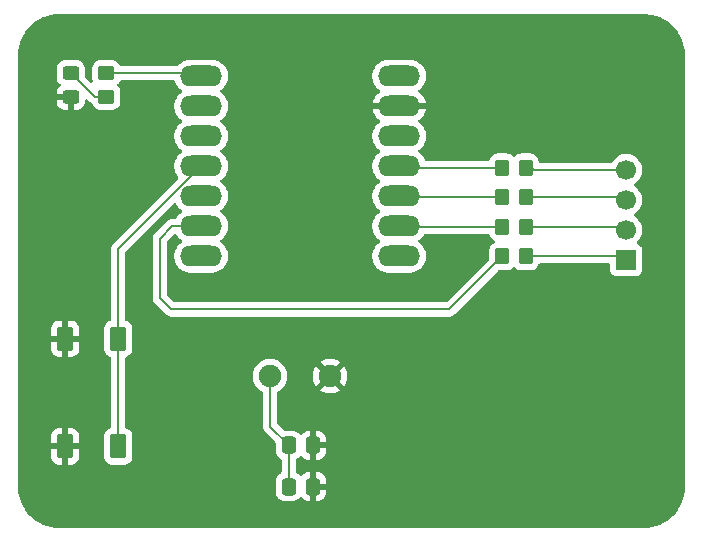
<source format=gbr>
%TF.GenerationSoftware,KiCad,Pcbnew,9.0.5*%
%TF.CreationDate,2026-02-02T17:22:04-08:00*%
%TF.ProjectId,Display device,44697370-6c61-4792-9064-65766963652e,rev?*%
%TF.SameCoordinates,Original*%
%TF.FileFunction,Copper,L1,Top*%
%TF.FilePolarity,Positive*%
%FSLAX46Y46*%
G04 Gerber Fmt 4.6, Leading zero omitted, Abs format (unit mm)*
G04 Created by KiCad (PCBNEW 9.0.5) date 2026-02-02 17:22:04*
%MOMM*%
%LPD*%
G01*
G04 APERTURE LIST*
G04 Aperture macros list*
%AMRoundRect*
0 Rectangle with rounded corners*
0 $1 Rounding radius*
0 $2 $3 $4 $5 $6 $7 $8 $9 X,Y pos of 4 corners*
0 Add a 4 corners polygon primitive as box body*
4,1,4,$2,$3,$4,$5,$6,$7,$8,$9,$2,$3,0*
0 Add four circle primitives for the rounded corners*
1,1,$1+$1,$2,$3*
1,1,$1+$1,$4,$5*
1,1,$1+$1,$6,$7*
1,1,$1+$1,$8,$9*
0 Add four rect primitives between the rounded corners*
20,1,$1+$1,$2,$3,$4,$5,0*
20,1,$1+$1,$4,$5,$6,$7,0*
20,1,$1+$1,$6,$7,$8,$9,0*
20,1,$1+$1,$8,$9,$2,$3,0*%
G04 Aperture macros list end*
%TA.AperFunction,ComponentPad*%
%ADD10R,1.700000X1.700000*%
%TD*%
%TA.AperFunction,ComponentPad*%
%ADD11C,1.700000*%
%TD*%
%TA.AperFunction,ComponentPad*%
%ADD12O,3.556000X1.778000*%
%TD*%
%TA.AperFunction,ComponentPad*%
%ADD13C,1.905000*%
%TD*%
%TA.AperFunction,SMDPad,CuDef*%
%ADD14RoundRect,0.250000X-0.450000X0.800000X-0.450000X-0.800000X0.450000X-0.800000X0.450000X0.800000X0*%
%TD*%
%TA.AperFunction,SMDPad,CuDef*%
%ADD15RoundRect,0.250000X-0.350000X-0.450000X0.350000X-0.450000X0.350000X0.450000X-0.350000X0.450000X0*%
%TD*%
%TA.AperFunction,SMDPad,CuDef*%
%ADD16RoundRect,0.250000X0.450000X-0.350000X0.450000X0.350000X-0.450000X0.350000X-0.450000X-0.350000X0*%
%TD*%
%TA.AperFunction,SMDPad,CuDef*%
%ADD17RoundRect,0.250000X0.450000X-0.325000X0.450000X0.325000X-0.450000X0.325000X-0.450000X-0.325000X0*%
%TD*%
%TA.AperFunction,SMDPad,CuDef*%
%ADD18RoundRect,0.250000X-0.337500X-0.475000X0.337500X-0.475000X0.337500X0.475000X-0.337500X0.475000X0*%
%TD*%
%TA.AperFunction,Conductor*%
%ADD19C,0.200000*%
%TD*%
G04 APERTURE END LIST*
D10*
%TO.P,J1,1,Pin_1*%
%TO.N,Net-(J1-Pin_1)*%
X161000000Y-96810000D03*
D11*
%TO.P,J1,2,Pin_2*%
%TO.N,Net-(J1-Pin_2)*%
X161000000Y-94270000D03*
%TO.P,J1,3,Pin_3*%
%TO.N,Net-(J1-Pin_3)*%
X161000000Y-91730000D03*
%TO.P,J1,4,Pin_4*%
%TO.N,Net-(J1-Pin_4)*%
X161000000Y-89190000D03*
%TD*%
D12*
%TO.P,U1,1,GPIO1_A0_D0*%
%TO.N,/LED*%
X125013000Y-81250000D03*
%TO.P,U1,2,GPIO2_A1_D1*%
%TO.N,unconnected-(U1-GPIO2_A1_D1-Pad2)*%
X125013000Y-83790000D03*
%TO.P,U1,3,GPIO3_A2_D2*%
%TO.N,unconnected-(U1-GPIO3_A2_D2-Pad3)*%
X125013000Y-86330000D03*
%TO.P,U1,4,GPIO4_A3_D3*%
%TO.N,/DISP_BTN*%
X125013000Y-88870000D03*
%TO.P,U1,5,GPIO4_A3_D3_SDA*%
%TO.N,unconnected-(U1-GPIO4_A3_D3_SDA-Pad5)*%
X125013000Y-91410000D03*
%TO.P,U1,6,GPIO6_A5_D5_SCL*%
%TO.N,/M_A1*%
X125013000Y-93950000D03*
%TO.P,U1,7,GPIO43_TX_D6*%
%TO.N,unconnected-(U1-GPIO43_TX_D6-Pad7)*%
X125013000Y-96490000D03*
%TO.P,U1,8,GPIO44_D7_RX*%
%TO.N,unconnected-(U1-GPIO44_D7_RX-Pad8)*%
X141777000Y-96490000D03*
%TO.P,U1,9,GPIO7_A8_D8_SCK*%
%TO.N,/M_A2*%
X141777000Y-93950000D03*
%TO.P,U1,10,GPIO8_A9_D9_CIPO*%
%TO.N,/M_B1*%
X141777000Y-91410000D03*
%TO.P,U1,11,GPIO9_A10_D10_COPI*%
%TO.N,/M_B2*%
X141777000Y-88870000D03*
%TO.P,U1,12,3V3*%
%TO.N,unconnected-(U1-3V3-Pad12)*%
X141777000Y-86330000D03*
%TO.P,U1,13,GND*%
%TO.N,GND*%
X141777000Y-83790000D03*
%TO.P,U1,14,5V*%
%TO.N,unconnected-(U1-5V-Pad14)*%
X141777000Y-81250000D03*
D13*
%TO.P,U1,15,+BATT*%
%TO.N,/BAT*%
X130855000Y-106650000D03*
%TO.P,U1,16,-BATT*%
%TO.N,GND*%
X135935000Y-106650000D03*
%TD*%
D14*
%TO.P,SW1,1,1*%
%TO.N,/DISP_BTN*%
X118000000Y-103500000D03*
X118000000Y-112600000D03*
%TO.P,SW1,2,2*%
%TO.N,GND*%
X113500000Y-103500000D03*
X113500000Y-112600000D03*
%TD*%
D15*
%TO.P,R5,1*%
%TO.N,/M_B2*%
X150500000Y-89000000D03*
%TO.P,R5,2*%
%TO.N,Net-(J1-Pin_4)*%
X152500000Y-89000000D03*
%TD*%
%TO.P,R4,1*%
%TO.N,/M_B1*%
X150500000Y-91500000D03*
%TO.P,R4,2*%
%TO.N,Net-(J1-Pin_3)*%
X152500000Y-91500000D03*
%TD*%
%TO.P,R3,1*%
%TO.N,/M_A2*%
X150500000Y-94000000D03*
%TO.P,R3,2*%
%TO.N,Net-(J1-Pin_2)*%
X152500000Y-94000000D03*
%TD*%
%TO.P,R2,1*%
%TO.N,/M_A1*%
X150500000Y-96500000D03*
%TO.P,R2,2*%
%TO.N,Net-(J1-Pin_1)*%
X152500000Y-96500000D03*
%TD*%
D16*
%TO.P,R1,1*%
%TO.N,Net-(D1-A)*%
X116975000Y-83000000D03*
%TO.P,R1,2*%
%TO.N,/LED*%
X116975000Y-81000000D03*
%TD*%
D17*
%TO.P,D1,1,K*%
%TO.N,GND*%
X113975000Y-83025000D03*
%TO.P,D1,2,A*%
%TO.N,Net-(D1-A)*%
X113975000Y-80975000D03*
%TD*%
D18*
%TO.P,C2,1*%
%TO.N,/BAT*%
X132425000Y-116000000D03*
%TO.P,C2,2*%
%TO.N,GND*%
X134500000Y-116000000D03*
%TD*%
%TO.P,C1,1*%
%TO.N,/BAT*%
X132425000Y-112500000D03*
%TO.P,C1,2*%
%TO.N,GND*%
X134500000Y-112500000D03*
%TD*%
D19*
%TO.N,/DISP_BTN*%
X125775000Y-88870000D02*
X124981086Y-88870000D01*
X124981086Y-88870000D02*
X118000000Y-95851086D01*
X118000000Y-95851086D02*
X118000000Y-103500000D01*
%TO.N,/M_A1*%
X125775000Y-93950000D02*
X122550000Y-93950000D01*
X121500000Y-95000000D02*
X121500000Y-100000000D01*
X122550000Y-93950000D02*
X121500000Y-95000000D01*
X121500000Y-100000000D02*
X122500000Y-101000000D01*
X122500000Y-101000000D02*
X146000000Y-101000000D01*
X146000000Y-101000000D02*
X150500000Y-96500000D01*
%TO.N,Net-(J1-Pin_1)*%
X152500000Y-96500000D02*
X160690000Y-96500000D01*
X160690000Y-96500000D02*
X161000000Y-96810000D01*
%TO.N,Net-(J1-Pin_2)*%
X152500000Y-94000000D02*
X160730000Y-94000000D01*
X160730000Y-94000000D02*
X161000000Y-94270000D01*
%TO.N,/M_A2*%
X141015000Y-93950000D02*
X141065000Y-94000000D01*
X141065000Y-94000000D02*
X150500000Y-94000000D01*
%TO.N,/M_B1*%
X150500000Y-91500000D02*
X141105000Y-91500000D01*
X141105000Y-91500000D02*
X141015000Y-91410000D01*
%TO.N,Net-(J1-Pin_3)*%
X152500000Y-91500000D02*
X160770000Y-91500000D01*
X160770000Y-91500000D02*
X161000000Y-91730000D01*
%TO.N,Net-(J1-Pin_4)*%
X152500000Y-89000000D02*
X153000000Y-89000000D01*
X153000000Y-89000000D02*
X153190000Y-89190000D01*
X153190000Y-89190000D02*
X161000000Y-89190000D01*
%TO.N,/M_B2*%
X141015000Y-88870000D02*
X141145000Y-89000000D01*
X141145000Y-89000000D02*
X150500000Y-89000000D01*
%TO.N,/BAT*%
X132425000Y-112500000D02*
X132425000Y-116000000D01*
X130855000Y-106650000D02*
X130855000Y-110930000D01*
X130855000Y-110930000D02*
X132425000Y-112500000D01*
%TO.N,/DISP_BTN*%
X118000000Y-103500000D02*
X118000000Y-112600000D01*
%TO.N,/LED*%
X116975000Y-81000000D02*
X125525000Y-81000000D01*
X125525000Y-81000000D02*
X125775000Y-81250000D01*
%TO.N,Net-(D1-A)*%
X116975000Y-83000000D02*
X116000000Y-83000000D01*
X116000000Y-83000000D02*
X113975000Y-80975000D01*
%TD*%
%TA.AperFunction,Conductor*%
%TO.N,GND*%
G36*
X162503032Y-76000648D02*
G01*
X162836929Y-76017052D01*
X162849037Y-76018245D01*
X162952146Y-76033539D01*
X163176699Y-76066849D01*
X163188617Y-76069219D01*
X163509951Y-76149709D01*
X163521588Y-76153240D01*
X163592806Y-76178722D01*
X163833467Y-76264832D01*
X163844688Y-76269479D01*
X164144163Y-76411120D01*
X164154871Y-76416844D01*
X164438988Y-76587137D01*
X164449106Y-76593897D01*
X164715170Y-76791224D01*
X164724576Y-76798944D01*
X164970013Y-77021395D01*
X164978604Y-77029986D01*
X165165755Y-77236475D01*
X165201055Y-77275423D01*
X165208775Y-77284829D01*
X165406102Y-77550893D01*
X165412862Y-77561011D01*
X165541776Y-77776092D01*
X165583148Y-77845116D01*
X165588885Y-77855848D01*
X165730514Y-78155297D01*
X165735170Y-78166540D01*
X165846759Y-78478411D01*
X165850292Y-78490055D01*
X165930777Y-78811369D01*
X165933151Y-78823305D01*
X165981754Y-79150962D01*
X165982947Y-79163071D01*
X165999351Y-79496966D01*
X165999500Y-79503051D01*
X165999500Y-115996948D01*
X165999351Y-116003033D01*
X165982947Y-116336928D01*
X165981754Y-116349037D01*
X165933151Y-116676694D01*
X165930777Y-116688630D01*
X165850292Y-117009944D01*
X165846759Y-117021588D01*
X165735170Y-117333459D01*
X165730514Y-117344702D01*
X165588885Y-117644151D01*
X165583148Y-117654883D01*
X165412862Y-117938988D01*
X165406102Y-117949106D01*
X165208775Y-118215170D01*
X165201055Y-118224576D01*
X164978611Y-118470006D01*
X164970006Y-118478611D01*
X164724576Y-118701055D01*
X164715170Y-118708775D01*
X164449106Y-118906102D01*
X164438988Y-118912862D01*
X164154883Y-119083148D01*
X164144151Y-119088885D01*
X163844702Y-119230514D01*
X163833459Y-119235170D01*
X163521588Y-119346759D01*
X163509944Y-119350292D01*
X163188630Y-119430777D01*
X163176694Y-119433151D01*
X162849037Y-119481754D01*
X162836928Y-119482947D01*
X162521989Y-119498419D01*
X162503031Y-119499351D01*
X162496949Y-119499500D01*
X113003051Y-119499500D01*
X112996968Y-119499351D01*
X112976900Y-119498365D01*
X112663071Y-119482947D01*
X112650962Y-119481754D01*
X112323305Y-119433151D01*
X112311369Y-119430777D01*
X111990055Y-119350292D01*
X111978411Y-119346759D01*
X111666540Y-119235170D01*
X111655301Y-119230515D01*
X111355844Y-119088883D01*
X111345121Y-119083150D01*
X111061011Y-118912862D01*
X111050893Y-118906102D01*
X110784829Y-118708775D01*
X110775423Y-118701055D01*
X110736475Y-118665755D01*
X110529986Y-118478604D01*
X110521395Y-118470013D01*
X110298944Y-118224576D01*
X110291224Y-118215170D01*
X110093897Y-117949106D01*
X110087137Y-117938988D01*
X109916844Y-117654871D01*
X109911120Y-117644163D01*
X109769479Y-117344688D01*
X109764829Y-117333459D01*
X109726200Y-117225499D01*
X109653240Y-117021588D01*
X109649707Y-117009944D01*
X109640958Y-116975015D01*
X109569219Y-116688617D01*
X109566848Y-116676694D01*
X109544342Y-116524973D01*
X109518245Y-116349037D01*
X109517052Y-116336927D01*
X109500649Y-116003032D01*
X109500500Y-115996948D01*
X109500500Y-113449986D01*
X112300001Y-113449986D01*
X112310494Y-113552697D01*
X112365641Y-113719119D01*
X112365643Y-113719124D01*
X112457684Y-113868345D01*
X112581654Y-113992315D01*
X112730875Y-114084356D01*
X112730880Y-114084358D01*
X112897302Y-114139505D01*
X112897309Y-114139506D01*
X113000019Y-114149999D01*
X113249999Y-114149999D01*
X113750000Y-114149999D01*
X113999972Y-114149999D01*
X113999986Y-114149998D01*
X114102697Y-114139505D01*
X114269119Y-114084358D01*
X114269124Y-114084356D01*
X114418345Y-113992315D01*
X114542315Y-113868345D01*
X114634356Y-113719124D01*
X114634358Y-113719119D01*
X114689505Y-113552697D01*
X114689506Y-113552690D01*
X114699999Y-113449986D01*
X114700000Y-113449973D01*
X114700000Y-112850000D01*
X113750000Y-112850000D01*
X113750000Y-114149999D01*
X113249999Y-114149999D01*
X113250000Y-114149998D01*
X113250000Y-112850000D01*
X112300001Y-112850000D01*
X112300001Y-113449986D01*
X109500500Y-113449986D01*
X109500500Y-111750013D01*
X112300000Y-111750013D01*
X112300000Y-112350000D01*
X113250000Y-112350000D01*
X113750000Y-112350000D01*
X114699999Y-112350000D01*
X114699999Y-111750028D01*
X114699998Y-111750013D01*
X114689505Y-111647302D01*
X114634358Y-111480880D01*
X114634356Y-111480875D01*
X114542315Y-111331654D01*
X114418345Y-111207684D01*
X114269124Y-111115643D01*
X114269119Y-111115641D01*
X114102697Y-111060494D01*
X114102690Y-111060493D01*
X113999986Y-111050000D01*
X113750000Y-111050000D01*
X113750000Y-112350000D01*
X113250000Y-112350000D01*
X113250000Y-111050000D01*
X113000029Y-111050000D01*
X113000012Y-111050001D01*
X112897302Y-111060494D01*
X112730880Y-111115641D01*
X112730875Y-111115643D01*
X112581654Y-111207684D01*
X112457684Y-111331654D01*
X112365643Y-111480875D01*
X112365641Y-111480880D01*
X112310494Y-111647302D01*
X112310493Y-111647309D01*
X112300000Y-111750013D01*
X109500500Y-111750013D01*
X109500500Y-104349986D01*
X112300001Y-104349986D01*
X112310494Y-104452697D01*
X112365641Y-104619119D01*
X112365643Y-104619124D01*
X112457684Y-104768345D01*
X112581654Y-104892315D01*
X112730875Y-104984356D01*
X112730880Y-104984358D01*
X112897302Y-105039505D01*
X112897309Y-105039506D01*
X113000019Y-105049999D01*
X113249999Y-105049999D01*
X113750000Y-105049999D01*
X113999972Y-105049999D01*
X113999986Y-105049998D01*
X114102697Y-105039505D01*
X114269119Y-104984358D01*
X114269124Y-104984356D01*
X114418345Y-104892315D01*
X114542315Y-104768345D01*
X114634356Y-104619124D01*
X114634358Y-104619119D01*
X114689505Y-104452697D01*
X114689506Y-104452690D01*
X114699999Y-104349986D01*
X114700000Y-104349973D01*
X114700000Y-103750000D01*
X113750000Y-103750000D01*
X113750000Y-105049999D01*
X113249999Y-105049999D01*
X113250000Y-105049998D01*
X113250000Y-103750000D01*
X112300001Y-103750000D01*
X112300001Y-104349986D01*
X109500500Y-104349986D01*
X109500500Y-102650013D01*
X112300000Y-102650013D01*
X112300000Y-103250000D01*
X113250000Y-103250000D01*
X113750000Y-103250000D01*
X114699999Y-103250000D01*
X114699999Y-102650028D01*
X114699998Y-102650013D01*
X114689505Y-102547302D01*
X114634358Y-102380880D01*
X114634356Y-102380875D01*
X114542315Y-102231654D01*
X114418345Y-102107684D01*
X114269124Y-102015643D01*
X114269119Y-102015641D01*
X114102697Y-101960494D01*
X114102690Y-101960493D01*
X113999986Y-101950000D01*
X113750000Y-101950000D01*
X113750000Y-103250000D01*
X113250000Y-103250000D01*
X113250000Y-101950000D01*
X113000029Y-101950000D01*
X113000012Y-101950001D01*
X112897302Y-101960494D01*
X112730880Y-102015641D01*
X112730875Y-102015643D01*
X112581654Y-102107684D01*
X112457684Y-102231654D01*
X112365643Y-102380875D01*
X112365641Y-102380880D01*
X112310494Y-102547302D01*
X112310493Y-102547309D01*
X112300000Y-102650013D01*
X109500500Y-102650013D01*
X109500500Y-83399986D01*
X112775001Y-83399986D01*
X112785494Y-83502697D01*
X112840641Y-83669119D01*
X112840643Y-83669124D01*
X112932684Y-83818345D01*
X113056654Y-83942315D01*
X113205875Y-84034356D01*
X113205880Y-84034358D01*
X113372302Y-84089505D01*
X113372309Y-84089506D01*
X113475019Y-84099999D01*
X113724999Y-84099999D01*
X113725000Y-84099998D01*
X113725000Y-83275000D01*
X112775001Y-83275000D01*
X112775001Y-83399986D01*
X109500500Y-83399986D01*
X109500500Y-80599983D01*
X112774500Y-80599983D01*
X112774500Y-81350001D01*
X112774501Y-81350019D01*
X112785000Y-81452796D01*
X112785001Y-81452799D01*
X112801569Y-81502796D01*
X112840186Y-81619334D01*
X112932288Y-81768656D01*
X113056344Y-81892712D01*
X113059628Y-81894737D01*
X113059653Y-81894753D01*
X113061445Y-81896746D01*
X113062011Y-81897193D01*
X113061934Y-81897289D01*
X113106379Y-81946699D01*
X113117603Y-82015661D01*
X113089761Y-82079744D01*
X113059665Y-82105826D01*
X113056660Y-82107679D01*
X113056655Y-82107683D01*
X112932684Y-82231654D01*
X112840643Y-82380875D01*
X112840641Y-82380880D01*
X112785494Y-82547302D01*
X112785493Y-82547309D01*
X112775000Y-82650013D01*
X112775000Y-82775000D01*
X113851000Y-82775000D01*
X113918039Y-82794685D01*
X113963794Y-82847489D01*
X113975000Y-82899000D01*
X113975000Y-83025000D01*
X114101000Y-83025000D01*
X114168039Y-83044685D01*
X114213794Y-83097489D01*
X114225000Y-83149000D01*
X114225000Y-84099999D01*
X114474972Y-84099999D01*
X114474986Y-84099998D01*
X114577697Y-84089505D01*
X114744119Y-84034358D01*
X114744124Y-84034356D01*
X114893345Y-83942315D01*
X115017315Y-83818345D01*
X115109356Y-83669124D01*
X115109358Y-83669119D01*
X115164505Y-83502697D01*
X115164506Y-83502690D01*
X115174999Y-83399986D01*
X115174999Y-83323598D01*
X115181237Y-83302351D01*
X115182817Y-83280262D01*
X115190889Y-83269479D01*
X115194683Y-83256558D01*
X115211418Y-83242056D01*
X115224689Y-83224329D01*
X115237306Y-83219622D01*
X115247486Y-83210802D01*
X115269406Y-83207650D01*
X115290153Y-83199912D01*
X115303313Y-83202774D01*
X115316644Y-83200858D01*
X115336787Y-83210056D01*
X115358426Y-83214764D01*
X115376149Y-83228031D01*
X115380201Y-83229882D01*
X115386680Y-83235915D01*
X115515139Y-83364374D01*
X115515149Y-83364385D01*
X115519479Y-83368715D01*
X115519480Y-83368716D01*
X115631284Y-83480520D01*
X115631286Y-83480521D01*
X115631287Y-83480522D01*
X115771373Y-83561400D01*
X115819588Y-83611966D01*
X115827078Y-83629780D01*
X115840116Y-83669124D01*
X115840186Y-83669334D01*
X115932288Y-83818656D01*
X116056344Y-83942712D01*
X116205666Y-84034814D01*
X116372203Y-84089999D01*
X116474991Y-84100500D01*
X117475008Y-84100499D01*
X117475016Y-84100498D01*
X117475019Y-84100498D01*
X117531302Y-84094748D01*
X117577797Y-84089999D01*
X117744334Y-84034814D01*
X117893656Y-83942712D01*
X118017712Y-83818656D01*
X118109814Y-83669334D01*
X118164999Y-83502797D01*
X118175500Y-83400009D01*
X118175499Y-82599992D01*
X118171923Y-82564989D01*
X118164999Y-82497203D01*
X118164998Y-82497200D01*
X118139311Y-82419682D01*
X118109814Y-82330666D01*
X118017712Y-82181344D01*
X117924049Y-82087681D01*
X117890564Y-82026358D01*
X117895548Y-81956666D01*
X117924049Y-81912319D01*
X117943657Y-81892711D01*
X118017712Y-81818656D01*
X118109814Y-81669334D01*
X118109814Y-81669332D01*
X118113605Y-81663187D01*
X118115399Y-81664293D01*
X118154687Y-81619663D01*
X118220908Y-81600500D01*
X122686785Y-81600500D01*
X122753824Y-81620185D01*
X122799579Y-81672989D01*
X122804716Y-81686182D01*
X122836297Y-81783380D01*
X122854272Y-81818657D01*
X122919513Y-81946699D01*
X122935595Y-81978260D01*
X123064142Y-82155193D01*
X123218806Y-82309857D01*
X123369969Y-82419682D01*
X123412635Y-82475011D01*
X123418614Y-82544625D01*
X123386009Y-82606420D01*
X123369969Y-82620318D01*
X123218806Y-82730142D01*
X123064142Y-82884806D01*
X122935595Y-83061739D01*
X122836298Y-83256616D01*
X122836297Y-83256619D01*
X122768714Y-83464623D01*
X122734500Y-83680638D01*
X122734500Y-83899361D01*
X122768714Y-84115376D01*
X122836297Y-84323380D01*
X122836298Y-84323383D01*
X122903782Y-84455825D01*
X122935461Y-84517998D01*
X122935595Y-84518260D01*
X123064142Y-84695193D01*
X123218806Y-84849857D01*
X123369969Y-84959682D01*
X123412635Y-85015011D01*
X123418614Y-85084625D01*
X123386009Y-85146420D01*
X123369969Y-85160318D01*
X123218806Y-85270142D01*
X123064142Y-85424806D01*
X122935595Y-85601739D01*
X122836298Y-85796616D01*
X122836297Y-85796619D01*
X122768714Y-86004623D01*
X122734500Y-86220638D01*
X122734500Y-86439361D01*
X122768714Y-86655376D01*
X122836297Y-86863380D01*
X122836298Y-86863383D01*
X122935595Y-87058260D01*
X123064142Y-87235193D01*
X123218806Y-87389857D01*
X123369969Y-87499682D01*
X123412635Y-87555011D01*
X123418614Y-87624625D01*
X123386009Y-87686420D01*
X123369969Y-87700318D01*
X123218806Y-87810142D01*
X123064142Y-87964806D01*
X122935595Y-88141739D01*
X122836298Y-88336616D01*
X122836297Y-88336619D01*
X122768714Y-88544623D01*
X122734500Y-88760638D01*
X122734500Y-88979361D01*
X122768714Y-89195376D01*
X122836297Y-89403380D01*
X122836298Y-89403383D01*
X122935595Y-89598260D01*
X123064146Y-89775197D01*
X123064558Y-89775680D01*
X123064657Y-89775901D01*
X123067011Y-89779141D01*
X123066330Y-89779635D01*
X123093131Y-89839440D01*
X123082697Y-89908527D01*
X123057952Y-89943896D01*
X117634221Y-95367628D01*
X117634214Y-95367635D01*
X117631286Y-95370564D01*
X117631284Y-95370566D01*
X117519480Y-95482370D01*
X117497607Y-95520256D01*
X117491543Y-95530758D01*
X117491542Y-95530760D01*
X117450149Y-95602455D01*
X117440423Y-95619301D01*
X117399499Y-95772029D01*
X117399499Y-95772031D01*
X117399499Y-95940132D01*
X117399500Y-95940145D01*
X117399500Y-101869699D01*
X117379815Y-101936738D01*
X117327011Y-101982493D01*
X117314507Y-101987403D01*
X117281962Y-101998188D01*
X117230668Y-102015185D01*
X117230663Y-102015187D01*
X117081342Y-102107289D01*
X116957289Y-102231342D01*
X116865187Y-102380663D01*
X116865185Y-102380668D01*
X116865115Y-102380880D01*
X116810001Y-102547203D01*
X116810001Y-102547204D01*
X116810000Y-102547204D01*
X116799500Y-102649983D01*
X116799500Y-104350001D01*
X116799501Y-104350018D01*
X116810000Y-104452796D01*
X116810001Y-104452799D01*
X116865115Y-104619119D01*
X116865186Y-104619334D01*
X116957288Y-104768656D01*
X117081344Y-104892712D01*
X117230666Y-104984814D01*
X117314505Y-105012595D01*
X117371948Y-105052366D01*
X117398772Y-105116882D01*
X117399500Y-105130300D01*
X117399500Y-110969699D01*
X117379815Y-111036738D01*
X117327011Y-111082493D01*
X117314507Y-111087403D01*
X117281962Y-111098188D01*
X117230668Y-111115185D01*
X117230663Y-111115187D01*
X117081342Y-111207289D01*
X116957289Y-111331342D01*
X116865187Y-111480663D01*
X116865185Y-111480668D01*
X116865115Y-111480880D01*
X116810001Y-111647203D01*
X116810001Y-111647204D01*
X116810000Y-111647204D01*
X116799500Y-111749983D01*
X116799500Y-113450001D01*
X116799501Y-113450018D01*
X116810000Y-113552796D01*
X116810001Y-113552799D01*
X116865185Y-113719331D01*
X116865187Y-113719336D01*
X116868680Y-113724999D01*
X116957288Y-113868656D01*
X117081344Y-113992712D01*
X117230666Y-114084814D01*
X117397203Y-114139999D01*
X117499991Y-114150500D01*
X118500008Y-114150499D01*
X118500016Y-114150498D01*
X118500019Y-114150498D01*
X118556302Y-114144748D01*
X118602797Y-114139999D01*
X118769334Y-114084814D01*
X118918656Y-113992712D01*
X119042712Y-113868656D01*
X119134814Y-113719334D01*
X119189999Y-113552797D01*
X119200500Y-113450009D01*
X119200499Y-111749992D01*
X119189999Y-111647203D01*
X119134814Y-111480666D01*
X119042712Y-111331344D01*
X118918656Y-111207288D01*
X118769334Y-111115186D01*
X118685495Y-111087404D01*
X118628051Y-111047632D01*
X118601228Y-110983116D01*
X118600500Y-110969699D01*
X118600500Y-106535646D01*
X129402000Y-106535646D01*
X129402000Y-106764353D01*
X129437778Y-106990246D01*
X129437778Y-106990249D01*
X129508450Y-107207755D01*
X129508452Y-107207758D01*
X129612283Y-107411538D01*
X129746714Y-107596566D01*
X129908434Y-107758286D01*
X130093462Y-107892717D01*
X130186795Y-107940272D01*
X130237590Y-107988245D01*
X130254500Y-108050756D01*
X130254500Y-110843330D01*
X130254499Y-110843348D01*
X130254499Y-111009054D01*
X130254498Y-111009054D01*
X130283059Y-111115643D01*
X130295423Y-111161785D01*
X130321695Y-111207289D01*
X130324358Y-111211900D01*
X130324359Y-111211904D01*
X130324360Y-111211904D01*
X130366846Y-111285494D01*
X130374479Y-111298714D01*
X130374481Y-111298717D01*
X130493349Y-111417585D01*
X130493355Y-111417590D01*
X131300681Y-112224916D01*
X131334166Y-112286239D01*
X131337000Y-112312597D01*
X131337000Y-113025001D01*
X131337001Y-113025019D01*
X131347500Y-113127796D01*
X131347501Y-113127799D01*
X131402615Y-113294119D01*
X131402686Y-113294334D01*
X131494788Y-113443656D01*
X131618844Y-113567712D01*
X131765597Y-113658229D01*
X131812321Y-113710175D01*
X131824500Y-113763767D01*
X131824500Y-114736232D01*
X131804815Y-114803271D01*
X131765598Y-114841769D01*
X131669923Y-114900781D01*
X131618842Y-114932289D01*
X131494789Y-115056342D01*
X131402687Y-115205663D01*
X131402685Y-115205668D01*
X131402615Y-115205880D01*
X131347501Y-115372203D01*
X131347501Y-115372204D01*
X131347500Y-115372204D01*
X131337000Y-115474983D01*
X131337000Y-116525001D01*
X131337001Y-116525019D01*
X131347500Y-116627796D01*
X131347501Y-116627799D01*
X131365700Y-116682719D01*
X131402686Y-116794334D01*
X131494788Y-116943656D01*
X131618844Y-117067712D01*
X131768166Y-117159814D01*
X131934703Y-117214999D01*
X132037491Y-117225500D01*
X132812508Y-117225499D01*
X132812516Y-117225498D01*
X132812519Y-117225498D01*
X132868802Y-117219748D01*
X132915297Y-117214999D01*
X133081834Y-117159814D01*
X133231156Y-117067712D01*
X133355212Y-116943656D01*
X133357252Y-116940347D01*
X133359245Y-116938555D01*
X133359693Y-116937989D01*
X133359789Y-116938065D01*
X133409194Y-116893623D01*
X133478156Y-116882395D01*
X133542240Y-116910234D01*
X133568329Y-116940339D01*
X133570181Y-116943341D01*
X133570183Y-116943344D01*
X133694154Y-117067315D01*
X133843375Y-117159356D01*
X133843380Y-117159358D01*
X134009802Y-117214505D01*
X134009809Y-117214506D01*
X134112519Y-117224999D01*
X134249999Y-117224999D01*
X134750000Y-117224999D01*
X134887472Y-117224999D01*
X134887486Y-117224998D01*
X134990197Y-117214505D01*
X135156619Y-117159358D01*
X135156624Y-117159356D01*
X135305845Y-117067315D01*
X135429815Y-116943345D01*
X135521856Y-116794124D01*
X135521858Y-116794119D01*
X135577005Y-116627697D01*
X135577006Y-116627690D01*
X135587499Y-116524986D01*
X135587500Y-116524973D01*
X135587500Y-116250000D01*
X134750000Y-116250000D01*
X134750000Y-117224999D01*
X134249999Y-117224999D01*
X134250000Y-117224998D01*
X134250000Y-115750000D01*
X134750000Y-115750000D01*
X135587499Y-115750000D01*
X135587499Y-115475028D01*
X135587498Y-115475013D01*
X135577005Y-115372302D01*
X135521858Y-115205880D01*
X135521856Y-115205875D01*
X135429815Y-115056654D01*
X135305845Y-114932684D01*
X135156624Y-114840643D01*
X135156619Y-114840641D01*
X134990197Y-114785494D01*
X134990190Y-114785493D01*
X134887486Y-114775000D01*
X134750000Y-114775000D01*
X134750000Y-115750000D01*
X134250000Y-115750000D01*
X134250000Y-114775000D01*
X134112527Y-114775000D01*
X134112512Y-114775001D01*
X134009802Y-114785494D01*
X133843380Y-114840641D01*
X133843375Y-114840643D01*
X133694154Y-114932684D01*
X133570183Y-115056655D01*
X133570179Y-115056660D01*
X133568326Y-115059665D01*
X133566518Y-115061290D01*
X133565702Y-115062323D01*
X133565525Y-115062183D01*
X133516374Y-115106385D01*
X133447411Y-115117601D01*
X133383331Y-115089752D01*
X133357253Y-115059653D01*
X133357237Y-115059628D01*
X133355212Y-115056344D01*
X133231156Y-114932288D01*
X133084402Y-114841770D01*
X133037679Y-114789823D01*
X133025500Y-114736232D01*
X133025500Y-113763767D01*
X133045185Y-113696728D01*
X133084401Y-113658230D01*
X133231156Y-113567712D01*
X133355212Y-113443656D01*
X133357252Y-113440347D01*
X133359245Y-113438555D01*
X133359693Y-113437989D01*
X133359789Y-113438065D01*
X133409194Y-113393623D01*
X133478156Y-113382395D01*
X133542240Y-113410234D01*
X133568329Y-113440339D01*
X133570181Y-113443341D01*
X133570183Y-113443344D01*
X133694154Y-113567315D01*
X133843375Y-113659356D01*
X133843380Y-113659358D01*
X134009802Y-113714505D01*
X134009809Y-113714506D01*
X134112519Y-113724999D01*
X134249999Y-113724999D01*
X134750000Y-113724999D01*
X134887472Y-113724999D01*
X134887486Y-113724998D01*
X134990197Y-113714505D01*
X135156619Y-113659358D01*
X135156624Y-113659356D01*
X135305845Y-113567315D01*
X135429815Y-113443345D01*
X135521856Y-113294124D01*
X135521858Y-113294119D01*
X135577005Y-113127697D01*
X135577006Y-113127690D01*
X135587499Y-113024986D01*
X135587500Y-113024973D01*
X135587500Y-112750000D01*
X134750000Y-112750000D01*
X134750000Y-113724999D01*
X134249999Y-113724999D01*
X134250000Y-113724998D01*
X134250000Y-112250000D01*
X134750000Y-112250000D01*
X135587499Y-112250000D01*
X135587499Y-111975028D01*
X135587498Y-111975013D01*
X135577005Y-111872302D01*
X135521858Y-111705880D01*
X135521856Y-111705875D01*
X135429815Y-111556654D01*
X135305845Y-111432684D01*
X135156624Y-111340643D01*
X135156619Y-111340641D01*
X134990197Y-111285494D01*
X134990190Y-111285493D01*
X134887486Y-111275000D01*
X134750000Y-111275000D01*
X134750000Y-112250000D01*
X134250000Y-112250000D01*
X134250000Y-111275000D01*
X134112527Y-111275000D01*
X134112512Y-111275001D01*
X134009802Y-111285494D01*
X133843380Y-111340641D01*
X133843375Y-111340643D01*
X133694154Y-111432684D01*
X133570183Y-111556655D01*
X133570179Y-111556660D01*
X133568326Y-111559665D01*
X133566518Y-111561290D01*
X133565702Y-111562323D01*
X133565525Y-111562183D01*
X133516374Y-111606385D01*
X133447411Y-111617601D01*
X133383331Y-111589752D01*
X133357253Y-111559653D01*
X133357237Y-111559628D01*
X133355212Y-111556344D01*
X133231156Y-111432288D01*
X133081834Y-111340186D01*
X132915297Y-111285001D01*
X132915295Y-111285000D01*
X132812516Y-111274500D01*
X132812509Y-111274500D01*
X132100097Y-111274500D01*
X132033058Y-111254815D01*
X132012416Y-111238181D01*
X131491819Y-110717584D01*
X131458334Y-110656261D01*
X131455500Y-110629903D01*
X131455500Y-108050756D01*
X131475185Y-107983717D01*
X131523204Y-107940272D01*
X131616538Y-107892717D01*
X131801566Y-107758286D01*
X131963286Y-107596566D01*
X132097717Y-107411538D01*
X132201548Y-107207758D01*
X132272222Y-106990245D01*
X132308000Y-106764354D01*
X132308000Y-106535686D01*
X134482500Y-106535686D01*
X134482500Y-106764313D01*
X134518265Y-106990124D01*
X134518265Y-106990125D01*
X134588917Y-107207568D01*
X134692711Y-107411276D01*
X134746347Y-107485098D01*
X134746347Y-107485099D01*
X135445504Y-106785941D01*
X135461619Y-106846081D01*
X135528498Y-106961920D01*
X135623080Y-107056502D01*
X135738919Y-107123381D01*
X135799057Y-107139494D01*
X135099899Y-107838651D01*
X135173725Y-107892288D01*
X135173731Y-107892292D01*
X135377431Y-107996082D01*
X135594875Y-108066734D01*
X135820687Y-108102500D01*
X136049313Y-108102500D01*
X136275124Y-108066734D01*
X136275125Y-108066734D01*
X136492568Y-107996082D01*
X136696276Y-107892288D01*
X136770098Y-107838651D01*
X136070942Y-107139495D01*
X136131081Y-107123381D01*
X136246920Y-107056502D01*
X136341502Y-106961920D01*
X136408381Y-106846081D01*
X136424495Y-106785942D01*
X137123651Y-107485098D01*
X137177288Y-107411276D01*
X137281082Y-107207568D01*
X137351734Y-106990125D01*
X137351734Y-106990124D01*
X137387500Y-106764313D01*
X137387500Y-106535686D01*
X137351734Y-106309875D01*
X137351734Y-106309874D01*
X137281082Y-106092431D01*
X137177292Y-105888731D01*
X137177288Y-105888725D01*
X137123651Y-105814900D01*
X137123651Y-105814899D01*
X136424494Y-106514056D01*
X136408381Y-106453919D01*
X136341502Y-106338080D01*
X136246920Y-106243498D01*
X136131081Y-106176619D01*
X136070940Y-106160504D01*
X136770099Y-105461347D01*
X136696276Y-105407711D01*
X136492568Y-105303917D01*
X136275124Y-105233265D01*
X136049313Y-105197500D01*
X135820687Y-105197500D01*
X135594875Y-105233265D01*
X135594874Y-105233265D01*
X135377431Y-105303917D01*
X135173719Y-105407713D01*
X135099900Y-105461346D01*
X135099899Y-105461347D01*
X135799057Y-106160504D01*
X135738919Y-106176619D01*
X135623080Y-106243498D01*
X135528498Y-106338080D01*
X135461619Y-106453919D01*
X135445504Y-106514057D01*
X134746347Y-105814899D01*
X134746346Y-105814900D01*
X134692713Y-105888719D01*
X134588917Y-106092431D01*
X134518265Y-106309874D01*
X134518265Y-106309875D01*
X134482500Y-106535686D01*
X132308000Y-106535686D01*
X132308000Y-106535646D01*
X132272222Y-106309755D01*
X132272221Y-106309751D01*
X132272221Y-106309750D01*
X132201549Y-106092244D01*
X132097851Y-105888725D01*
X132097717Y-105888462D01*
X131963286Y-105703434D01*
X131801566Y-105541714D01*
X131616538Y-105407283D01*
X131412755Y-105303450D01*
X131195248Y-105232778D01*
X131025826Y-105205944D01*
X130969354Y-105197000D01*
X130740646Y-105197000D01*
X130665349Y-105208926D01*
X130514753Y-105232778D01*
X130514750Y-105232778D01*
X130297244Y-105303450D01*
X130093461Y-105407283D01*
X130019051Y-105461346D01*
X129908434Y-105541714D01*
X129908432Y-105541716D01*
X129908431Y-105541716D01*
X129746716Y-105703431D01*
X129746716Y-105703432D01*
X129746714Y-105703434D01*
X129688980Y-105782896D01*
X129612283Y-105888461D01*
X129508450Y-106092244D01*
X129437778Y-106309750D01*
X129437778Y-106309753D01*
X129402000Y-106535646D01*
X118600500Y-106535646D01*
X118600500Y-105130300D01*
X118620185Y-105063261D01*
X118672989Y-105017506D01*
X118685482Y-105012599D01*
X118769334Y-104984814D01*
X118918656Y-104892712D01*
X119042712Y-104768656D01*
X119134814Y-104619334D01*
X119189999Y-104452797D01*
X119200500Y-104350009D01*
X119200499Y-102649992D01*
X119189999Y-102547203D01*
X119134814Y-102380666D01*
X119042712Y-102231344D01*
X118918656Y-102107288D01*
X118769334Y-102015186D01*
X118685495Y-101987404D01*
X118628051Y-101947632D01*
X118601228Y-101883116D01*
X118600500Y-101869699D01*
X118600500Y-96151183D01*
X118620185Y-96084144D01*
X118636819Y-96063502D01*
X120640965Y-94059356D01*
X122688830Y-92011490D01*
X122750151Y-91978007D01*
X122819843Y-91982991D01*
X122875776Y-92024863D01*
X122886993Y-92042877D01*
X122935593Y-92138258D01*
X123064142Y-92315193D01*
X123218806Y-92469857D01*
X123369969Y-92579682D01*
X123412635Y-92635011D01*
X123418614Y-92704625D01*
X123386009Y-92766420D01*
X123369969Y-92780318D01*
X123218806Y-92890142D01*
X123064142Y-93044806D01*
X122935595Y-93221739D01*
X122904995Y-93281795D01*
X122857020Y-93332591D01*
X122794510Y-93349500D01*
X122629057Y-93349500D01*
X122470942Y-93349500D01*
X122318215Y-93390423D01*
X122318214Y-93390423D01*
X122318212Y-93390424D01*
X122318209Y-93390425D01*
X122272847Y-93416616D01*
X122272845Y-93416617D01*
X122181290Y-93469475D01*
X122181282Y-93469481D01*
X121019481Y-94631282D01*
X121019479Y-94631285D01*
X120998165Y-94668203D01*
X120987786Y-94686181D01*
X120969361Y-94718094D01*
X120969359Y-94718096D01*
X120940425Y-94768209D01*
X120940424Y-94768210D01*
X120935010Y-94788416D01*
X120899499Y-94920943D01*
X120899499Y-94920945D01*
X120899499Y-95089046D01*
X120899500Y-95089059D01*
X120899500Y-99913330D01*
X120899499Y-99913348D01*
X120899499Y-100079054D01*
X120899498Y-100079054D01*
X120940423Y-100231785D01*
X120969358Y-100281900D01*
X120969359Y-100281904D01*
X120969360Y-100281904D01*
X121016284Y-100363181D01*
X121019479Y-100368714D01*
X121019481Y-100368717D01*
X121138349Y-100487585D01*
X121138354Y-100487589D01*
X122131284Y-101480520D01*
X122131286Y-101480521D01*
X122131290Y-101480524D01*
X122268209Y-101559573D01*
X122268216Y-101559577D01*
X122420943Y-101600501D01*
X122420945Y-101600501D01*
X122586654Y-101600501D01*
X122586670Y-101600500D01*
X145913331Y-101600500D01*
X145913347Y-101600501D01*
X145920943Y-101600501D01*
X146079054Y-101600501D01*
X146079057Y-101600501D01*
X146231785Y-101559577D01*
X146281904Y-101530639D01*
X146368716Y-101480520D01*
X146480520Y-101368716D01*
X146480520Y-101368714D01*
X146490728Y-101358507D01*
X146490730Y-101358504D01*
X150112416Y-97736818D01*
X150173739Y-97703333D01*
X150200097Y-97700499D01*
X150900002Y-97700499D01*
X150900008Y-97700499D01*
X151002797Y-97689999D01*
X151169334Y-97634814D01*
X151318656Y-97542712D01*
X151412319Y-97449049D01*
X151473642Y-97415564D01*
X151543334Y-97420548D01*
X151587681Y-97449049D01*
X151681344Y-97542712D01*
X151830666Y-97634814D01*
X151997203Y-97689999D01*
X152099991Y-97700500D01*
X152900008Y-97700499D01*
X152900016Y-97700498D01*
X152900019Y-97700498D01*
X152956302Y-97694748D01*
X153002797Y-97689999D01*
X153169334Y-97634814D01*
X153318656Y-97542712D01*
X153442712Y-97418656D01*
X153534814Y-97269334D01*
X153562595Y-97185495D01*
X153602368Y-97128051D01*
X153666884Y-97101228D01*
X153680301Y-97100500D01*
X159525501Y-97100500D01*
X159592540Y-97120185D01*
X159638295Y-97172989D01*
X159649501Y-97224500D01*
X159649501Y-97707876D01*
X159655908Y-97767483D01*
X159706202Y-97902328D01*
X159706206Y-97902335D01*
X159792452Y-98017544D01*
X159792455Y-98017547D01*
X159907664Y-98103793D01*
X159907671Y-98103797D01*
X160042517Y-98154091D01*
X160042516Y-98154091D01*
X160049444Y-98154835D01*
X160102127Y-98160500D01*
X161897872Y-98160499D01*
X161957483Y-98154091D01*
X162092331Y-98103796D01*
X162207546Y-98017546D01*
X162293796Y-97902331D01*
X162344091Y-97767483D01*
X162350500Y-97707873D01*
X162350499Y-95912128D01*
X162344091Y-95852517D01*
X162298644Y-95730668D01*
X162293797Y-95717671D01*
X162293793Y-95717664D01*
X162207547Y-95602455D01*
X162207544Y-95602452D01*
X162092335Y-95516206D01*
X162092328Y-95516202D01*
X161960917Y-95467189D01*
X161904983Y-95425318D01*
X161880566Y-95359853D01*
X161895418Y-95291580D01*
X161916563Y-95263332D01*
X162030104Y-95149792D01*
X162081494Y-95079060D01*
X162155048Y-94977820D01*
X162155047Y-94977820D01*
X162155051Y-94977816D01*
X162251557Y-94788412D01*
X162317246Y-94586243D01*
X162350500Y-94376287D01*
X162350500Y-94163713D01*
X162317246Y-93953757D01*
X162251557Y-93751588D01*
X162155051Y-93562184D01*
X162155049Y-93562181D01*
X162155048Y-93562179D01*
X162030109Y-93390213D01*
X161879786Y-93239890D01*
X161707820Y-93114951D01*
X161707115Y-93114591D01*
X161699054Y-93110485D01*
X161648259Y-93062512D01*
X161631463Y-92994692D01*
X161653999Y-92928556D01*
X161699054Y-92889515D01*
X161707816Y-92885051D01*
X161739016Y-92862383D01*
X161879786Y-92760109D01*
X161879788Y-92760106D01*
X161879792Y-92760104D01*
X162030104Y-92609792D01*
X162030106Y-92609788D01*
X162030109Y-92609786D01*
X162155048Y-92437820D01*
X162155047Y-92437820D01*
X162155051Y-92437816D01*
X162251557Y-92248412D01*
X162317246Y-92046243D01*
X162350500Y-91836287D01*
X162350500Y-91623713D01*
X162317246Y-91413757D01*
X162251557Y-91211588D01*
X162155051Y-91022184D01*
X162155049Y-91022181D01*
X162155048Y-91022179D01*
X162030109Y-90850213D01*
X161879786Y-90699890D01*
X161707820Y-90574951D01*
X161707115Y-90574591D01*
X161699054Y-90570485D01*
X161648259Y-90522512D01*
X161631463Y-90454692D01*
X161653999Y-90388556D01*
X161699054Y-90349515D01*
X161707816Y-90345051D01*
X161770512Y-90299500D01*
X161879786Y-90220109D01*
X161879788Y-90220106D01*
X161879792Y-90220104D01*
X162030104Y-90069792D01*
X162030106Y-90069788D01*
X162030109Y-90069786D01*
X162155048Y-89897820D01*
X162155047Y-89897820D01*
X162155051Y-89897816D01*
X162251557Y-89708412D01*
X162317246Y-89506243D01*
X162350500Y-89296287D01*
X162350500Y-89083713D01*
X162317246Y-88873757D01*
X162251557Y-88671588D01*
X162155051Y-88482184D01*
X162155049Y-88482181D01*
X162155048Y-88482179D01*
X162030109Y-88310213D01*
X161879786Y-88159890D01*
X161707820Y-88034951D01*
X161518414Y-87938444D01*
X161518413Y-87938443D01*
X161518412Y-87938443D01*
X161316243Y-87872754D01*
X161316241Y-87872753D01*
X161316240Y-87872753D01*
X161154957Y-87847208D01*
X161106287Y-87839500D01*
X160893713Y-87839500D01*
X160845042Y-87847208D01*
X160683760Y-87872753D01*
X160481585Y-87938444D01*
X160292179Y-88034951D01*
X160120213Y-88159890D01*
X159969890Y-88310213D01*
X159844948Y-88482184D01*
X159844947Y-88482185D01*
X159824765Y-88521795D01*
X159776791Y-88572591D01*
X159714281Y-88589500D01*
X153721621Y-88589500D01*
X153654582Y-88569815D01*
X153608827Y-88517011D01*
X153598263Y-88478101D01*
X153589999Y-88397203D01*
X153589998Y-88397200D01*
X153561173Y-88310213D01*
X153534814Y-88230666D01*
X153442712Y-88081344D01*
X153318656Y-87957288D01*
X153169334Y-87865186D01*
X153002797Y-87810001D01*
X153002795Y-87810000D01*
X152900010Y-87799500D01*
X152099998Y-87799500D01*
X152099980Y-87799501D01*
X151997203Y-87810000D01*
X151997200Y-87810001D01*
X151830668Y-87865185D01*
X151830663Y-87865187D01*
X151681342Y-87957289D01*
X151587681Y-88050951D01*
X151526358Y-88084436D01*
X151456666Y-88079452D01*
X151412319Y-88050951D01*
X151318657Y-87957289D01*
X151318656Y-87957288D01*
X151169334Y-87865186D01*
X151002797Y-87810001D01*
X151002795Y-87810000D01*
X150900010Y-87799500D01*
X150099998Y-87799500D01*
X150099980Y-87799501D01*
X149997203Y-87810000D01*
X149997200Y-87810001D01*
X149830668Y-87865185D01*
X149830663Y-87865187D01*
X149681342Y-87957289D01*
X149557289Y-88081342D01*
X149465187Y-88230663D01*
X149465186Y-88230666D01*
X149438829Y-88310208D01*
X149437405Y-88314504D01*
X149397632Y-88371949D01*
X149333116Y-88398772D01*
X149319699Y-88399500D01*
X144061729Y-88399500D01*
X143994690Y-88379815D01*
X143951244Y-88331795D01*
X143940245Y-88310208D01*
X143854407Y-88141743D01*
X143846147Y-88130374D01*
X143725857Y-87964806D01*
X143571199Y-87810148D01*
X143570995Y-87810000D01*
X143420028Y-87700316D01*
X143377364Y-87644989D01*
X143371385Y-87575376D01*
X143403990Y-87513580D01*
X143420023Y-87499686D01*
X143571199Y-87389852D01*
X143725852Y-87235199D01*
X143725854Y-87235195D01*
X143725857Y-87235193D01*
X143782229Y-87157601D01*
X143854407Y-87058257D01*
X143953701Y-86863383D01*
X144021286Y-86655375D01*
X144038912Y-86544082D01*
X144055500Y-86439361D01*
X144055500Y-86220638D01*
X144035595Y-86094971D01*
X144021286Y-86004625D01*
X143953701Y-85796617D01*
X143953701Y-85796616D01*
X143919315Y-85729132D01*
X143854407Y-85601743D01*
X143846147Y-85590374D01*
X143725857Y-85424806D01*
X143571197Y-85270146D01*
X143571192Y-85270142D01*
X143419605Y-85160008D01*
X143376939Y-85104678D01*
X143370960Y-85035065D01*
X143403565Y-84973270D01*
X143419605Y-84959371D01*
X143570873Y-84849469D01*
X143725471Y-84694871D01*
X143725475Y-84694866D01*
X143853976Y-84517998D01*
X143953237Y-84323191D01*
X143953238Y-84323188D01*
X144020798Y-84115258D01*
X144032718Y-84040000D01*
X141457251Y-84040000D01*
X141488381Y-83986081D01*
X141523000Y-83856880D01*
X141523000Y-83723120D01*
X141488381Y-83593919D01*
X141457251Y-83540000D01*
X144032718Y-83540000D01*
X144020798Y-83464741D01*
X143953238Y-83256811D01*
X143953237Y-83256808D01*
X143853976Y-83062001D01*
X143725475Y-82885133D01*
X143725471Y-82885128D01*
X143570871Y-82730528D01*
X143570866Y-82730524D01*
X143419605Y-82620627D01*
X143376939Y-82565297D01*
X143370960Y-82495684D01*
X143403565Y-82433889D01*
X143419599Y-82419994D01*
X143571199Y-82309852D01*
X143725852Y-82155199D01*
X143725854Y-82155195D01*
X143725857Y-82155193D01*
X143809549Y-82039999D01*
X143854407Y-81978257D01*
X143953701Y-81783383D01*
X144021286Y-81575375D01*
X144040700Y-81452799D01*
X144055500Y-81359361D01*
X144055500Y-81140638D01*
X144035595Y-81014971D01*
X144021286Y-80924625D01*
X143953701Y-80716617D01*
X143953701Y-80716616D01*
X143894277Y-80599992D01*
X143854407Y-80521743D01*
X143846147Y-80510374D01*
X143725857Y-80344806D01*
X143571193Y-80190142D01*
X143394260Y-80061595D01*
X143394259Y-80061594D01*
X143394257Y-80061593D01*
X143331825Y-80029782D01*
X143199383Y-79962298D01*
X143199380Y-79962297D01*
X142991376Y-79894714D01*
X142775361Y-79860500D01*
X142775356Y-79860500D01*
X140778644Y-79860500D01*
X140778639Y-79860500D01*
X140562623Y-79894714D01*
X140354619Y-79962297D01*
X140354616Y-79962298D01*
X140159739Y-80061595D01*
X139982806Y-80190142D01*
X139828142Y-80344806D01*
X139699595Y-80521739D01*
X139600298Y-80716616D01*
X139600297Y-80716619D01*
X139532714Y-80924623D01*
X139498500Y-81140638D01*
X139498500Y-81359361D01*
X139532714Y-81575376D01*
X139600297Y-81783380D01*
X139600298Y-81783383D01*
X139658337Y-81897289D01*
X139683513Y-81946699D01*
X139699595Y-81978260D01*
X139828142Y-82155193D01*
X139982802Y-82309853D01*
X139982807Y-82309857D01*
X140134394Y-82419991D01*
X140177060Y-82475320D01*
X140183039Y-82544934D01*
X140150434Y-82606729D01*
X140134394Y-82620627D01*
X139983133Y-82730524D01*
X139983128Y-82730528D01*
X139828528Y-82885128D01*
X139828524Y-82885133D01*
X139700023Y-83062001D01*
X139600762Y-83256808D01*
X139600761Y-83256811D01*
X139533201Y-83464741D01*
X139521282Y-83540000D01*
X140572749Y-83540000D01*
X140541619Y-83593919D01*
X140507000Y-83723120D01*
X140507000Y-83856880D01*
X140541619Y-83986081D01*
X140572749Y-84040000D01*
X139521282Y-84040000D01*
X139533201Y-84115258D01*
X139600761Y-84323188D01*
X139600762Y-84323191D01*
X139700023Y-84517998D01*
X139828524Y-84694866D01*
X139828528Y-84694871D01*
X139983128Y-84849471D01*
X139983133Y-84849475D01*
X140134394Y-84959372D01*
X140177060Y-85014701D01*
X140183039Y-85084315D01*
X140150434Y-85146110D01*
X140134394Y-85160008D01*
X139982807Y-85270142D01*
X139982802Y-85270146D01*
X139828142Y-85424806D01*
X139699595Y-85601739D01*
X139600298Y-85796616D01*
X139600297Y-85796619D01*
X139532714Y-86004623D01*
X139498500Y-86220638D01*
X139498500Y-86439361D01*
X139532714Y-86655376D01*
X139600297Y-86863380D01*
X139600298Y-86863383D01*
X139699595Y-87058260D01*
X139828142Y-87235193D01*
X139982806Y-87389857D01*
X140133969Y-87499682D01*
X140176635Y-87555011D01*
X140182614Y-87624625D01*
X140150009Y-87686420D01*
X140133969Y-87700318D01*
X139982806Y-87810142D01*
X139828142Y-87964806D01*
X139699595Y-88141739D01*
X139600298Y-88336616D01*
X139600297Y-88336619D01*
X139532714Y-88544623D01*
X139498500Y-88760638D01*
X139498500Y-88979361D01*
X139532714Y-89195376D01*
X139600297Y-89403380D01*
X139600298Y-89403383D01*
X139699595Y-89598260D01*
X139828142Y-89775193D01*
X139982806Y-89929857D01*
X140133969Y-90039682D01*
X140176635Y-90095011D01*
X140182614Y-90164625D01*
X140150009Y-90226420D01*
X140133969Y-90240318D01*
X139982806Y-90350142D01*
X139828142Y-90504806D01*
X139699595Y-90681739D01*
X139600298Y-90876616D01*
X139600297Y-90876619D01*
X139532714Y-91084623D01*
X139498500Y-91300638D01*
X139498500Y-91519361D01*
X139532714Y-91735376D01*
X139600297Y-91943380D01*
X139600298Y-91943383D01*
X139699595Y-92138260D01*
X139828142Y-92315193D01*
X139982806Y-92469857D01*
X140133969Y-92579682D01*
X140176635Y-92635011D01*
X140182614Y-92704625D01*
X140150009Y-92766420D01*
X140133969Y-92780318D01*
X139982806Y-92890142D01*
X139828142Y-93044806D01*
X139699595Y-93221739D01*
X139600299Y-93416616D01*
X139532714Y-93624623D01*
X139498500Y-93840638D01*
X139498500Y-94059361D01*
X139532714Y-94275376D01*
X139600297Y-94483380D01*
X139600298Y-94483383D01*
X139660344Y-94601228D01*
X139694470Y-94668203D01*
X139699595Y-94678260D01*
X139828142Y-94855193D01*
X139982806Y-95009857D01*
X140133969Y-95119682D01*
X140176635Y-95175011D01*
X140182614Y-95244625D01*
X140150009Y-95306420D01*
X140133969Y-95320318D01*
X139982806Y-95430142D01*
X139828142Y-95584806D01*
X139699595Y-95761739D01*
X139600298Y-95956616D01*
X139600297Y-95956619D01*
X139532714Y-96164623D01*
X139498500Y-96380638D01*
X139498500Y-96599361D01*
X139532714Y-96815376D01*
X139600297Y-97023380D01*
X139600298Y-97023383D01*
X139649622Y-97120185D01*
X139682900Y-97185496D01*
X139699595Y-97218260D01*
X139828142Y-97395193D01*
X139982806Y-97549857D01*
X140148374Y-97670147D01*
X140159743Y-97678407D01*
X140274380Y-97736818D01*
X140354616Y-97777701D01*
X140354619Y-97777702D01*
X140458621Y-97811493D01*
X140562625Y-97845286D01*
X140662672Y-97861132D01*
X140778639Y-97879500D01*
X140778644Y-97879500D01*
X142775361Y-97879500D01*
X142880082Y-97862912D01*
X142991375Y-97845286D01*
X143199383Y-97777701D01*
X143394257Y-97678407D01*
X143493601Y-97606229D01*
X143571193Y-97549857D01*
X143571195Y-97549854D01*
X143571199Y-97549852D01*
X143725852Y-97395199D01*
X143725854Y-97395195D01*
X143725857Y-97395193D01*
X143817296Y-97269336D01*
X143854407Y-97218257D01*
X143953701Y-97023383D01*
X144021286Y-96815375D01*
X144039575Y-96699902D01*
X144055500Y-96599361D01*
X144055500Y-96380638D01*
X144035595Y-96254971D01*
X144021286Y-96164625D01*
X143953701Y-95956617D01*
X143953701Y-95956616D01*
X143900658Y-95852516D01*
X143854407Y-95761743D01*
X143831830Y-95730668D01*
X143725857Y-95584806D01*
X143571199Y-95430148D01*
X143564551Y-95425318D01*
X143420028Y-95320316D01*
X143377364Y-95264989D01*
X143371385Y-95195376D01*
X143403990Y-95133580D01*
X143420023Y-95119686D01*
X143571199Y-95009852D01*
X143725852Y-94855199D01*
X143725854Y-94855195D01*
X143725857Y-94855193D01*
X143854405Y-94678260D01*
X143859530Y-94668203D01*
X143907506Y-94617408D01*
X143970014Y-94600500D01*
X149319699Y-94600500D01*
X149386738Y-94620185D01*
X149432493Y-94672989D01*
X149437403Y-94685492D01*
X149464439Y-94767082D01*
X149465185Y-94769331D01*
X149465187Y-94769336D01*
X149476956Y-94788416D01*
X149557288Y-94918656D01*
X149681344Y-95042712D01*
X149830666Y-95134814D01*
X149830667Y-95134814D01*
X149830670Y-95134816D01*
X149836677Y-95137617D01*
X149889117Y-95183788D01*
X149908271Y-95250981D01*
X149888057Y-95317862D01*
X149836677Y-95362383D01*
X149830670Y-95365183D01*
X149681342Y-95457289D01*
X149557289Y-95581342D01*
X149465187Y-95730663D01*
X149465185Y-95730668D01*
X149451479Y-95772031D01*
X149410001Y-95897203D01*
X149410001Y-95897204D01*
X149410000Y-95897204D01*
X149399500Y-95999983D01*
X149399500Y-96699902D01*
X149379815Y-96766941D01*
X149363181Y-96787583D01*
X145787584Y-100363181D01*
X145726261Y-100396666D01*
X145699903Y-100399500D01*
X122800098Y-100399500D01*
X122733059Y-100379815D01*
X122712417Y-100363181D01*
X122136819Y-99787583D01*
X122103334Y-99726260D01*
X122100500Y-99699902D01*
X122100500Y-95300097D01*
X122120185Y-95233058D01*
X122136819Y-95212416D01*
X122430579Y-94918656D01*
X122725593Y-94623641D01*
X122786914Y-94590158D01*
X122856605Y-94595142D01*
X122912539Y-94637013D01*
X122923755Y-94655026D01*
X122935593Y-94678258D01*
X123064142Y-94855193D01*
X123218806Y-95009857D01*
X123369969Y-95119682D01*
X123412635Y-95175011D01*
X123418614Y-95244625D01*
X123386009Y-95306420D01*
X123369969Y-95320318D01*
X123218806Y-95430142D01*
X123064142Y-95584806D01*
X122935595Y-95761739D01*
X122836298Y-95956616D01*
X122836297Y-95956619D01*
X122768714Y-96164623D01*
X122734500Y-96380638D01*
X122734500Y-96599361D01*
X122768714Y-96815376D01*
X122836297Y-97023380D01*
X122836298Y-97023383D01*
X122885622Y-97120185D01*
X122918900Y-97185496D01*
X122935595Y-97218260D01*
X123064142Y-97395193D01*
X123218806Y-97549857D01*
X123384374Y-97670147D01*
X123395743Y-97678407D01*
X123510380Y-97736818D01*
X123590616Y-97777701D01*
X123590619Y-97777702D01*
X123694621Y-97811493D01*
X123798625Y-97845286D01*
X123898672Y-97861132D01*
X124014639Y-97879500D01*
X124014644Y-97879500D01*
X126011361Y-97879500D01*
X126116082Y-97862912D01*
X126227375Y-97845286D01*
X126435383Y-97777701D01*
X126630257Y-97678407D01*
X126729601Y-97606229D01*
X126807193Y-97549857D01*
X126807195Y-97549854D01*
X126807199Y-97549852D01*
X126961852Y-97395199D01*
X126961854Y-97395195D01*
X126961857Y-97395193D01*
X127053296Y-97269336D01*
X127090407Y-97218257D01*
X127189701Y-97023383D01*
X127257286Y-96815375D01*
X127275575Y-96699902D01*
X127291500Y-96599361D01*
X127291500Y-96380638D01*
X127271595Y-96254971D01*
X127257286Y-96164625D01*
X127189701Y-95956617D01*
X127189701Y-95956616D01*
X127136658Y-95852516D01*
X127090407Y-95761743D01*
X127067830Y-95730668D01*
X126961857Y-95584806D01*
X126807199Y-95430148D01*
X126800551Y-95425318D01*
X126656028Y-95320316D01*
X126613364Y-95264989D01*
X126607385Y-95195376D01*
X126639990Y-95133580D01*
X126656023Y-95119686D01*
X126807199Y-95009852D01*
X126961852Y-94855199D01*
X126961854Y-94855195D01*
X126961857Y-94855193D01*
X127061463Y-94718095D01*
X127090407Y-94678257D01*
X127189701Y-94483383D01*
X127257286Y-94275375D01*
X127274912Y-94164082D01*
X127291500Y-94059361D01*
X127291500Y-93840638D01*
X127271595Y-93714971D01*
X127257286Y-93624625D01*
X127206877Y-93469480D01*
X127189701Y-93416616D01*
X127099653Y-93239890D01*
X127090407Y-93221743D01*
X127012819Y-93114951D01*
X126961857Y-93044806D01*
X126807199Y-92890148D01*
X126806326Y-92889514D01*
X126656028Y-92780316D01*
X126613364Y-92724989D01*
X126607385Y-92655376D01*
X126639990Y-92593580D01*
X126656023Y-92579686D01*
X126807199Y-92469852D01*
X126961852Y-92315199D01*
X126961854Y-92315195D01*
X126961857Y-92315193D01*
X127056086Y-92185496D01*
X127090407Y-92138257D01*
X127189701Y-91943383D01*
X127257286Y-91735375D01*
X127274912Y-91624082D01*
X127291500Y-91519361D01*
X127291500Y-91300638D01*
X127271595Y-91174971D01*
X127257286Y-91084625D01*
X127189701Y-90876617D01*
X127189701Y-90876616D01*
X127155315Y-90809132D01*
X127090407Y-90681743D01*
X127082147Y-90670374D01*
X126961857Y-90504806D01*
X126807199Y-90350148D01*
X126806326Y-90349514D01*
X126656028Y-90240316D01*
X126613364Y-90184989D01*
X126607385Y-90115376D01*
X126639990Y-90053580D01*
X126656023Y-90039686D01*
X126807199Y-89929852D01*
X126961852Y-89775199D01*
X126961854Y-89775195D01*
X126961857Y-89775193D01*
X127018229Y-89697601D01*
X127090407Y-89598257D01*
X127189701Y-89403383D01*
X127257286Y-89195375D01*
X127274912Y-89084082D01*
X127291500Y-88979361D01*
X127291500Y-88760638D01*
X127261715Y-88572591D01*
X127257286Y-88544625D01*
X127189701Y-88336617D01*
X127189701Y-88336616D01*
X127135714Y-88230663D01*
X127090407Y-88141743D01*
X127082147Y-88130374D01*
X126961857Y-87964806D01*
X126807199Y-87810148D01*
X126806995Y-87810000D01*
X126656028Y-87700316D01*
X126613364Y-87644989D01*
X126607385Y-87575376D01*
X126639990Y-87513580D01*
X126656023Y-87499686D01*
X126807199Y-87389852D01*
X126961852Y-87235199D01*
X126961854Y-87235195D01*
X126961857Y-87235193D01*
X127018229Y-87157601D01*
X127090407Y-87058257D01*
X127189701Y-86863383D01*
X127257286Y-86655375D01*
X127274912Y-86544082D01*
X127291500Y-86439361D01*
X127291500Y-86220638D01*
X127271595Y-86094971D01*
X127257286Y-86004625D01*
X127189701Y-85796617D01*
X127189701Y-85796616D01*
X127155315Y-85729132D01*
X127090407Y-85601743D01*
X127082147Y-85590374D01*
X126961857Y-85424806D01*
X126807199Y-85270148D01*
X126807191Y-85270142D01*
X126656028Y-85160316D01*
X126613364Y-85104989D01*
X126607385Y-85035376D01*
X126639990Y-84973580D01*
X126656023Y-84959686D01*
X126807199Y-84849852D01*
X126961852Y-84695199D01*
X126961854Y-84695195D01*
X126961857Y-84695193D01*
X127018229Y-84617601D01*
X127090407Y-84518257D01*
X127189701Y-84323383D01*
X127257286Y-84115375D01*
X127277764Y-83986081D01*
X127291500Y-83899361D01*
X127291500Y-83680638D01*
X127269224Y-83540000D01*
X127257286Y-83464625D01*
X127204561Y-83302351D01*
X127189702Y-83256619D01*
X127189701Y-83256616D01*
X127134867Y-83149000D01*
X127090407Y-83061743D01*
X127063712Y-83025000D01*
X126961857Y-82884806D01*
X126807199Y-82730148D01*
X126807191Y-82730142D01*
X126656028Y-82620316D01*
X126613364Y-82564989D01*
X126607385Y-82495376D01*
X126639990Y-82433580D01*
X126656023Y-82419686D01*
X126807199Y-82309852D01*
X126961852Y-82155199D01*
X126961854Y-82155195D01*
X126961857Y-82155193D01*
X127045549Y-82039999D01*
X127090407Y-81978257D01*
X127189701Y-81783383D01*
X127257286Y-81575375D01*
X127276700Y-81452799D01*
X127291500Y-81359361D01*
X127291500Y-81140638D01*
X127271595Y-81014971D01*
X127257286Y-80924625D01*
X127189701Y-80716617D01*
X127189701Y-80716616D01*
X127130277Y-80599992D01*
X127090407Y-80521743D01*
X127082147Y-80510374D01*
X126961857Y-80344806D01*
X126807193Y-80190142D01*
X126630260Y-80061595D01*
X126630259Y-80061594D01*
X126630257Y-80061593D01*
X126567825Y-80029782D01*
X126435383Y-79962298D01*
X126435380Y-79962297D01*
X126227376Y-79894714D01*
X126011361Y-79860500D01*
X126011356Y-79860500D01*
X124014644Y-79860500D01*
X124014639Y-79860500D01*
X123798623Y-79894714D01*
X123590619Y-79962297D01*
X123590616Y-79962298D01*
X123395739Y-80061595D01*
X123218806Y-80190142D01*
X123064146Y-80344802D01*
X123061543Y-80348386D01*
X123006213Y-80391051D01*
X122961225Y-80399500D01*
X118220908Y-80399500D01*
X118153869Y-80379815D01*
X118115363Y-80335728D01*
X118113605Y-80336813D01*
X118023142Y-80190148D01*
X118017712Y-80181344D01*
X117893656Y-80057288D01*
X117744334Y-79965186D01*
X117577797Y-79910001D01*
X117577795Y-79910000D01*
X117475010Y-79899500D01*
X116474998Y-79899500D01*
X116474980Y-79899501D01*
X116372203Y-79910000D01*
X116372200Y-79910001D01*
X116205668Y-79965185D01*
X116205663Y-79965187D01*
X116056342Y-80057289D01*
X115932289Y-80181342D01*
X115840187Y-80330663D01*
X115840185Y-80330668D01*
X115820176Y-80391051D01*
X115785001Y-80497203D01*
X115785001Y-80497204D01*
X115785000Y-80497204D01*
X115774500Y-80599983D01*
X115774500Y-81400001D01*
X115774501Y-81400019D01*
X115785000Y-81502796D01*
X115785001Y-81502799D01*
X115835005Y-81653698D01*
X115837407Y-81723526D01*
X115801675Y-81783568D01*
X115739155Y-81814761D01*
X115669696Y-81807201D01*
X115629618Y-81780383D01*
X115211818Y-81362583D01*
X115178333Y-81301260D01*
X115175499Y-81274902D01*
X115175499Y-80599998D01*
X115175498Y-80599981D01*
X115164999Y-80497203D01*
X115164998Y-80497200D01*
X115132623Y-80399500D01*
X115109814Y-80330666D01*
X115017712Y-80181344D01*
X114893656Y-80057288D01*
X114744334Y-79965186D01*
X114577797Y-79910001D01*
X114577795Y-79910000D01*
X114475010Y-79899500D01*
X113474998Y-79899500D01*
X113474980Y-79899501D01*
X113372203Y-79910000D01*
X113372200Y-79910001D01*
X113205668Y-79965185D01*
X113205663Y-79965187D01*
X113056342Y-80057289D01*
X112932289Y-80181342D01*
X112840187Y-80330663D01*
X112840185Y-80330668D01*
X112820176Y-80391051D01*
X112785001Y-80497203D01*
X112785001Y-80497204D01*
X112785000Y-80497204D01*
X112774500Y-80599983D01*
X109500500Y-80599983D01*
X109500500Y-79503051D01*
X109500649Y-79496967D01*
X109517052Y-79163072D01*
X109518245Y-79150962D01*
X109566849Y-78823296D01*
X109569218Y-78811385D01*
X109649710Y-78490043D01*
X109653240Y-78478411D01*
X109764835Y-78166525D01*
X109769476Y-78155318D01*
X109911124Y-77855828D01*
X109916840Y-77845136D01*
X110087145Y-77560998D01*
X110093888Y-77550905D01*
X110291232Y-77284818D01*
X110298935Y-77275433D01*
X110521405Y-77029975D01*
X110529975Y-77021405D01*
X110775433Y-76798935D01*
X110784818Y-76791232D01*
X111050905Y-76593888D01*
X111060998Y-76587145D01*
X111345136Y-76416840D01*
X111355828Y-76411124D01*
X111655318Y-76269476D01*
X111666525Y-76264835D01*
X111978412Y-76153239D01*
X111990043Y-76149710D01*
X112311385Y-76069218D01*
X112323296Y-76066849D01*
X112650962Y-76018244D01*
X112663068Y-76017052D01*
X112996967Y-76000648D01*
X113003051Y-76000500D01*
X113065892Y-76000500D01*
X162434108Y-76000500D01*
X162496949Y-76000500D01*
X162503032Y-76000648D01*
G37*
%TD.AperFunction*%
%TD*%
M02*

</source>
